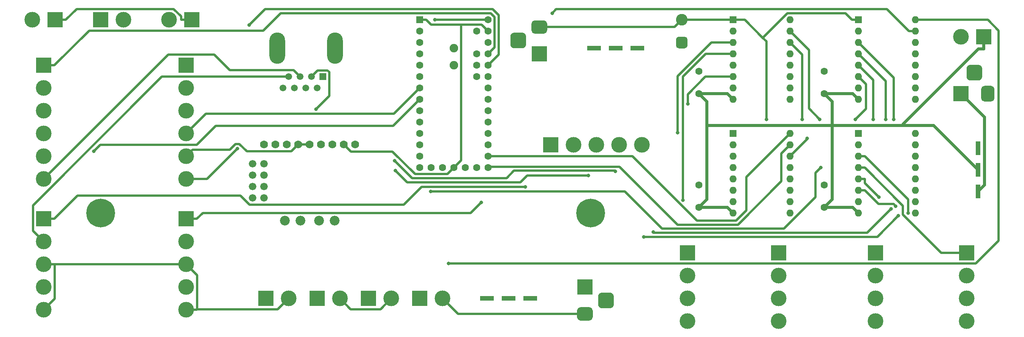
<source format=gtl>
G04 #@! TF.GenerationSoftware,KiCad,Pcbnew,5.1.6*
G04 #@! TF.CreationDate,2020-08-28T22:15:26-07:00*
G04 #@! TF.ProjectId,controller,636f6e74-726f-46c6-9c65-722e6b696361,rev?*
G04 #@! TF.SameCoordinates,Original*
G04 #@! TF.FileFunction,Copper,L1,Top*
G04 #@! TF.FilePolarity,Positive*
%FSLAX46Y46*%
G04 Gerber Fmt 4.6, Leading zero omitted, Abs format (unit mm)*
G04 Created by KiCad (PCBNEW 5.1.6) date 2020-08-28 22:15:26*
%MOMM*%
%LPD*%
G01*
G04 APERTURE LIST*
G04 #@! TA.AperFunction,ComponentPad*
%ADD10C,6.400000*%
G04 #@! TD*
G04 #@! TA.AperFunction,ComponentPad*
%ADD11C,2.600000*%
G04 #@! TD*
G04 #@! TA.AperFunction,ComponentPad*
%ADD12O,1.600000X1.600000*%
G04 #@! TD*
G04 #@! TA.AperFunction,ComponentPad*
%ADD13R,1.600000X1.600000*%
G04 #@! TD*
G04 #@! TA.AperFunction,ComponentPad*
%ADD14C,0.100000*%
G04 #@! TD*
G04 #@! TA.AperFunction,ComponentPad*
%ADD15C,1.900000*%
G04 #@! TD*
G04 #@! TA.AperFunction,ComponentPad*
%ADD16C,1.600000*%
G04 #@! TD*
G04 #@! TA.AperFunction,ComponentPad*
%ADD17C,3.500000*%
G04 #@! TD*
G04 #@! TA.AperFunction,ComponentPad*
%ADD18R,3.500000X3.500000*%
G04 #@! TD*
G04 #@! TA.AperFunction,ComponentPad*
%ADD19C,1.500000*%
G04 #@! TD*
G04 #@! TA.AperFunction,ComponentPad*
%ADD20O,3.500000X7.000000*%
G04 #@! TD*
G04 #@! TA.AperFunction,ComponentPad*
%ADD21R,1.500000X1.500000*%
G04 #@! TD*
G04 #@! TA.AperFunction,ComponentPad*
%ADD22C,1.676400*%
G04 #@! TD*
G04 #@! TA.AperFunction,ComponentPad*
%ADD23C,2.184400*%
G04 #@! TD*
G04 #@! TA.AperFunction,ComponentPad*
%ADD24C,1.778000*%
G04 #@! TD*
G04 #@! TA.AperFunction,ViaPad*
%ADD25C,0.800000*%
G04 #@! TD*
G04 #@! TA.AperFunction,Conductor*
%ADD26C,0.500000*%
G04 #@! TD*
G04 #@! TA.AperFunction,Conductor*
%ADD27C,0.700000*%
G04 #@! TD*
G04 APERTURE END LIST*
D10*
G04 #@! TO.P,mount1,1*
G04 #@! TO.N,N/C*
X34290000Y-76200000D03*
G04 #@! TD*
G04 #@! TO.P,mount2,1*
G04 #@! TO.N,N/C*
X143510000Y-76200000D03*
G04 #@! TD*
D11*
G04 #@! TO.P,JP1,2*
G04 #@! TO.N,GND*
X163830000Y-33020000D03*
G04 #@! TO.P,JP1,1*
G04 #@! TO.N,GND1*
G04 #@! TA.AperFunction,ComponentPad*
G36*
G01*
X164480000Y-39400000D02*
X163180000Y-39400000D01*
G75*
G02*
X162530000Y-38750000I0J650000D01*
G01*
X162530000Y-37450000D01*
G75*
G02*
X163180000Y-36800000I650000J0D01*
G01*
X164480000Y-36800000D01*
G75*
G02*
X165130000Y-37450000I0J-650000D01*
G01*
X165130000Y-38750000D01*
G75*
G02*
X164480000Y-39400000I-650000J0D01*
G01*
G37*
G04 #@! TD.AperFunction*
G04 #@! TD*
D12*
G04 #@! TO.P,MC-LeverR1,16*
G04 #@! TO.N,Net-(MC-LeverR1-Pad16)*
X215900000Y-33020000D03*
G04 #@! TO.P,MC-LeverR1,8*
G04 #@! TO.N,+9V*
X203200000Y-50800000D03*
G04 #@! TO.P,MC-LeverR1,15*
G04 #@! TO.N,Net-(MC-LeverR1-Pad15)*
X215900000Y-35560000D03*
G04 #@! TO.P,MC-LeverR1,7*
G04 #@! TO.N,GND1*
X203200000Y-48260000D03*
G04 #@! TO.P,MC-LeverR1,14*
G04 #@! TO.N,+5V*
X215900000Y-38100000D03*
G04 #@! TO.P,MC-LeverR1,6*
G04 #@! TO.N,Net-(HandleR-ToMotor1-Pad4)*
X203200000Y-45720000D03*
G04 #@! TO.P,MC-LeverR1,13*
G04 #@! TO.N,Net-(MC-LeverR1-Pad13)*
X215900000Y-40640000D03*
G04 #@! TO.P,MC-LeverR1,5*
G04 #@! TO.N,Net-(HandleR-ToMotor1-Pad3)*
X203200000Y-43180000D03*
G04 #@! TO.P,MC-LeverR1,12*
G04 #@! TO.N,Net-(MC-LeverR1-Pad12)*
X215900000Y-43180000D03*
G04 #@! TO.P,MC-LeverR1,4*
G04 #@! TO.N,Net-(HandleR-ToMotor1-Pad1)*
X203200000Y-40640000D03*
G04 #@! TO.P,MC-LeverR1,11*
G04 #@! TO.N,Net-(MC-LeverR1-Pad11)*
X215900000Y-45720000D03*
G04 #@! TO.P,MC-LeverR1,3*
G04 #@! TO.N,Net-(HandleR-ToMotor1-Pad2)*
X203200000Y-38100000D03*
G04 #@! TO.P,MC-LeverR1,10*
G04 #@! TO.N,Net-(MC-LeverR1-Pad10)*
X215900000Y-48260000D03*
G04 #@! TO.P,MC-LeverR1,2*
G04 #@! TO.N,Net-(MC-LeverR1-Pad2)*
X203200000Y-35560000D03*
G04 #@! TO.P,MC-LeverR1,9*
G04 #@! TO.N,Net-(MC-LeverR1-Pad9)*
X215900000Y-50800000D03*
D13*
G04 #@! TO.P,MC-LeverR1,1*
G04 #@! TO.N,GND*
X203200000Y-33020000D03*
G04 #@! TD*
D12*
G04 #@! TO.P,MC-SpoutR1,16*
G04 #@! TO.N,Net-(MC-SpoutR1-Pad16)*
X215900000Y-58420000D03*
G04 #@! TO.P,MC-SpoutR1,8*
G04 #@! TO.N,+9V*
X203200000Y-76200000D03*
G04 #@! TO.P,MC-SpoutR1,15*
G04 #@! TO.N,Net-(MC-SpoutR1-Pad15)*
X215900000Y-60960000D03*
G04 #@! TO.P,MC-SpoutR1,7*
G04 #@! TO.N,GND1*
X203200000Y-73660000D03*
G04 #@! TO.P,MC-SpoutR1,14*
G04 #@! TO.N,+5V*
X215900000Y-63500000D03*
G04 #@! TO.P,MC-SpoutR1,6*
G04 #@! TO.N,Net-(MC-SpoutR1-Pad6)*
X203200000Y-71120000D03*
G04 #@! TO.P,MC-SpoutR1,13*
G04 #@! TO.N,Net-(MC-SpoutR1-Pad13)*
X215900000Y-66040000D03*
G04 #@! TO.P,MC-SpoutR1,5*
G04 #@! TO.N,Net-(MC-SpoutR1-Pad5)*
X203200000Y-68580000D03*
G04 #@! TO.P,MC-SpoutR1,12*
G04 #@! TO.N,Net-(MC-SpoutR1-Pad12)*
X215900000Y-68580000D03*
G04 #@! TO.P,MC-SpoutR1,4*
G04 #@! TO.N,Net-(MC-SpoutR1-Pad4)*
X203200000Y-66040000D03*
G04 #@! TO.P,MC-SpoutR1,11*
G04 #@! TO.N,Net-(MC-SpoutR1-Pad11)*
X215900000Y-71120000D03*
G04 #@! TO.P,MC-SpoutR1,3*
G04 #@! TO.N,Net-(MC-SpoutR1-Pad3)*
X203200000Y-63500000D03*
G04 #@! TO.P,MC-SpoutR1,10*
G04 #@! TO.N,Net-(MC-SpoutR1-Pad10)*
X215900000Y-73660000D03*
G04 #@! TO.P,MC-SpoutR1,2*
G04 #@! TO.N,Net-(MC-SpoutR1-Pad2)*
X203200000Y-60960000D03*
G04 #@! TO.P,MC-SpoutR1,9*
G04 #@! TO.N,Net-(MC-SpoutR1-Pad9)*
X215900000Y-76200000D03*
D13*
G04 #@! TO.P,MC-SpoutR1,1*
G04 #@! TO.N,GND*
X203200000Y-58420000D03*
G04 #@! TD*
D12*
G04 #@! TO.P,MC-SpoutL1,16*
G04 #@! TO.N,Net-(MC-SpoutL1-Pad16)*
X187960000Y-58420000D03*
G04 #@! TO.P,MC-SpoutL1,8*
G04 #@! TO.N,+9V*
X175260000Y-76200000D03*
G04 #@! TO.P,MC-SpoutL1,15*
G04 #@! TO.N,Net-(MC-SpoutL1-Pad15)*
X187960000Y-60960000D03*
G04 #@! TO.P,MC-SpoutL1,7*
G04 #@! TO.N,GND1*
X175260000Y-73660000D03*
G04 #@! TO.P,MC-SpoutL1,14*
G04 #@! TO.N,+5V*
X187960000Y-63500000D03*
G04 #@! TO.P,MC-SpoutL1,6*
G04 #@! TO.N,Net-(MC-SpoutL1-Pad6)*
X175260000Y-71120000D03*
G04 #@! TO.P,MC-SpoutL1,13*
G04 #@! TO.N,Net-(MC-SpoutL1-Pad13)*
X187960000Y-66040000D03*
G04 #@! TO.P,MC-SpoutL1,5*
G04 #@! TO.N,Net-(MC-SpoutL1-Pad5)*
X175260000Y-68580000D03*
G04 #@! TO.P,MC-SpoutL1,12*
G04 #@! TO.N,Net-(MC-SpoutL1-Pad12)*
X187960000Y-68580000D03*
G04 #@! TO.P,MC-SpoutL1,4*
G04 #@! TO.N,Net-(MC-SpoutL1-Pad4)*
X175260000Y-66040000D03*
G04 #@! TO.P,MC-SpoutL1,11*
G04 #@! TO.N,Net-(MC-SpoutL1-Pad11)*
X187960000Y-71120000D03*
G04 #@! TO.P,MC-SpoutL1,3*
G04 #@! TO.N,Net-(MC-SpoutL1-Pad3)*
X175260000Y-63500000D03*
G04 #@! TO.P,MC-SpoutL1,10*
G04 #@! TO.N,Net-(MC-SpoutL1-Pad10)*
X187960000Y-73660000D03*
G04 #@! TO.P,MC-SpoutL1,2*
G04 #@! TO.N,Net-(MC-SpoutL1-Pad2)*
X175260000Y-60960000D03*
G04 #@! TO.P,MC-SpoutL1,9*
G04 #@! TO.N,Net-(MC-SpoutL1-Pad9)*
X187960000Y-76200000D03*
D13*
G04 #@! TO.P,MC-SpoutL1,1*
G04 #@! TO.N,GND*
X175260000Y-58420000D03*
G04 #@! TD*
D12*
G04 #@! TO.P,MC-LeverL1,16*
G04 #@! TO.N,Net-(MC-LeverL1-Pad16)*
X187960000Y-33020000D03*
G04 #@! TO.P,MC-LeverL1,8*
G04 #@! TO.N,+9V*
X175260000Y-50800000D03*
G04 #@! TO.P,MC-LeverL1,15*
G04 #@! TO.N,Net-(MC-LeverL1-Pad15)*
X187960000Y-35560000D03*
G04 #@! TO.P,MC-LeverL1,7*
G04 #@! TO.N,GND1*
X175260000Y-48260000D03*
G04 #@! TO.P,MC-LeverL1,14*
G04 #@! TO.N,+5V*
X187960000Y-38100000D03*
G04 #@! TO.P,MC-LeverL1,6*
G04 #@! TO.N,Net-(HandleL-ToMotor1-Pad4)*
X175260000Y-45720000D03*
G04 #@! TO.P,MC-LeverL1,13*
G04 #@! TO.N,Net-(MC-LeverL1-Pad13)*
X187960000Y-40640000D03*
G04 #@! TO.P,MC-LeverL1,5*
G04 #@! TO.N,Net-(HandleL-ToMotor1-Pad3)*
X175260000Y-43180000D03*
G04 #@! TO.P,MC-LeverL1,12*
G04 #@! TO.N,Net-(MC-LeverL1-Pad12)*
X187960000Y-43180000D03*
G04 #@! TO.P,MC-LeverL1,4*
G04 #@! TO.N,Net-(HandleL-ToMotor1-Pad1)*
X175260000Y-40640000D03*
G04 #@! TO.P,MC-LeverL1,11*
G04 #@! TO.N,Net-(MC-LeverL1-Pad11)*
X187960000Y-45720000D03*
G04 #@! TO.P,MC-LeverL1,3*
G04 #@! TO.N,Net-(HandleL-ToMotor1-Pad2)*
X175260000Y-38100000D03*
G04 #@! TO.P,MC-LeverL1,10*
G04 #@! TO.N,Net-(MC-LeverL1-Pad10)*
X187960000Y-48260000D03*
G04 #@! TO.P,MC-LeverL1,2*
G04 #@! TO.N,Net-(MC-LeverL1-Pad2)*
X175260000Y-35560000D03*
G04 #@! TO.P,MC-LeverL1,9*
G04 #@! TO.N,Net-(MC-LeverL1-Pad9)*
X187960000Y-50800000D03*
D13*
G04 #@! TO.P,MC-LeverL1,1*
G04 #@! TO.N,GND*
X175260000Y-33020000D03*
G04 #@! TD*
G04 #@! TA.AperFunction,ComponentPad*
D14*
G04 #@! TO.P,SW12,3*
G04 #@! TO.N,N/C*
G36*
X131545000Y-95750000D02*
G01*
X128545000Y-95750000D01*
X128545000Y-94750000D01*
X131545000Y-94750000D01*
X131545000Y-95750000D01*
G37*
G04 #@! TD.AperFunction*
G04 #@! TA.AperFunction,ComponentPad*
G04 #@! TO.P,SW12,2*
G04 #@! TO.N,+12V*
G36*
X126720000Y-95750000D02*
G01*
X123720000Y-95750000D01*
X123720000Y-94750000D01*
X126720000Y-94750000D01*
X126720000Y-95750000D01*
G37*
G04 #@! TD.AperFunction*
G04 #@! TA.AperFunction,ComponentPad*
G04 #@! TO.P,SW12,1*
G04 #@! TO.N,Net-(12V1-Pad1)*
G36*
X121895000Y-95750000D02*
G01*
X118895000Y-95750000D01*
X118895000Y-94750000D01*
X121895000Y-94750000D01*
X121895000Y-95750000D01*
G37*
G04 #@! TD.AperFunction*
G04 #@! TD*
G04 #@! TA.AperFunction,ComponentPad*
G04 #@! TO.P,SW9,3*
G04 #@! TO.N,N/C*
G36*
X230370000Y-60225000D02*
G01*
X230370000Y-63225000D01*
X229370000Y-63225000D01*
X229370000Y-60225000D01*
X230370000Y-60225000D01*
G37*
G04 #@! TD.AperFunction*
G04 #@! TA.AperFunction,ComponentPad*
G04 #@! TO.P,SW9,2*
G04 #@! TO.N,+9V*
G36*
X230370000Y-65050000D02*
G01*
X230370000Y-68050000D01*
X229370000Y-68050000D01*
X229370000Y-65050000D01*
X230370000Y-65050000D01*
G37*
G04 #@! TD.AperFunction*
G04 #@! TA.AperFunction,ComponentPad*
G04 #@! TO.P,SW9,1*
G04 #@! TO.N,Net-(9V1-Pad1)*
G36*
X230370000Y-69875000D02*
G01*
X230370000Y-72875000D01*
X229370000Y-72875000D01*
X229370000Y-69875000D01*
X230370000Y-69875000D01*
G37*
G04 #@! TD.AperFunction*
G04 #@! TD*
G04 #@! TA.AperFunction,ComponentPad*
G04 #@! TO.P,SW5,3*
G04 #@! TO.N,N/C*
G36*
X142775000Y-38870000D02*
G01*
X145775000Y-38870000D01*
X145775000Y-39870000D01*
X142775000Y-39870000D01*
X142775000Y-38870000D01*
G37*
G04 #@! TD.AperFunction*
G04 #@! TA.AperFunction,ComponentPad*
G04 #@! TO.P,SW5,2*
G04 #@! TO.N,+5V*
G36*
X147600000Y-38870000D02*
G01*
X150600000Y-38870000D01*
X150600000Y-39870000D01*
X147600000Y-39870000D01*
X147600000Y-38870000D01*
G37*
G04 #@! TD.AperFunction*
G04 #@! TA.AperFunction,ComponentPad*
G04 #@! TO.P,SW5,1*
G04 #@! TO.N,Net-(5V1-Pad1)*
G36*
X152425000Y-38870000D02*
G01*
X155425000Y-38870000D01*
X155425000Y-39870000D01*
X152425000Y-39870000D01*
X152425000Y-38870000D01*
G37*
G04 #@! TD.AperFunction*
G04 #@! TD*
D15*
G04 #@! TO.P,U1,52*
G04 #@! TO.N,N/C*
X113030000Y-39370000D03*
X113030000Y-43180000D03*
D13*
G04 #@! TO.P,U1,1*
G04 #@! TO.N,GND*
X105410000Y-33020000D03*
D16*
G04 #@! TO.P,U1,2*
G04 #@! TO.N,Net-(U1-Pad2)*
X105410000Y-35560000D03*
G04 #@! TO.P,U1,3*
G04 #@! TO.N,Net-(U1-Pad3)*
X105410000Y-38100000D03*
G04 #@! TO.P,U1,4*
G04 #@! TO.N,Net-(U1-Pad4)*
X105410000Y-40640000D03*
G04 #@! TO.P,U1,5*
G04 #@! TO.N,Net-(U1-Pad5)*
X105410000Y-43180000D03*
G04 #@! TO.P,U1,6*
G04 #@! TO.N,Net-(U1-Pad6)*
X105410000Y-45720000D03*
G04 #@! TO.P,U1,7*
G04 #@! TO.N,Net-(SoundVisionL1-Pad4)*
X105410000Y-48260000D03*
G04 #@! TO.P,U1,8*
G04 #@! TO.N,Net-(SoundVisionR1-Pad4)*
X105410000Y-50800000D03*
G04 #@! TO.P,U1,9*
G04 #@! TO.N,Net-(ToHandleL1-Pad4)*
X105410000Y-53340000D03*
G04 #@! TO.P,U1,10*
G04 #@! TO.N,Net-(ToHandleR1-Pad4)*
X105410000Y-55880000D03*
G04 #@! TO.P,U1,11*
G04 #@! TO.N,Net-(MC-LeverL1-Pad15)*
X105410000Y-58420000D03*
G04 #@! TO.P,U1,12*
G04 #@! TO.N,Net-(MC-LeverL1-Pad16)*
X105410000Y-60960000D03*
G04 #@! TO.P,U1,13*
G04 #@! TO.N,Net-(MC-LeverR1-Pad15)*
X105410000Y-63500000D03*
G04 #@! TO.P,U1,37*
G04 #@! TO.N,Net-(U1-Pad37)*
X118110000Y-45720000D03*
G04 #@! TO.P,U1,36*
G04 #@! TO.N,Net-(U1-Pad36)*
X118110000Y-43180000D03*
G04 #@! TO.P,U1,35*
G04 #@! TO.N,Net-(U1-Pad35)*
X118110000Y-40640000D03*
G04 #@! TO.P,U1,34*
G04 #@! TO.N,Net-(U1-Pad34)*
X118110000Y-35560000D03*
G04 #@! TO.P,U1,33*
G04 #@! TO.N,+5V*
X120650000Y-33020000D03*
G04 #@! TO.P,U1,32*
G04 #@! TO.N,GND*
X120650000Y-35560000D03*
G04 #@! TO.P,U1,31*
G04 #@! TO.N,Net-(U1-Pad31)*
X120650000Y-38100000D03*
G04 #@! TO.P,U1,30*
G04 #@! TO.N,Net-(SoundVisionR1-Pad1)*
X120650000Y-40640000D03*
G04 #@! TO.P,U1,29*
G04 #@! TO.N,Net-(SoundVisionL1-Pad1)*
X120650000Y-43180000D03*
G04 #@! TO.P,U1,28*
G04 #@! TO.N,Net-(U1-Pad28)*
X120650000Y-45720000D03*
G04 #@! TO.P,U1,27*
G04 #@! TO.N,Net-(U1-Pad27)*
X120650000Y-48260000D03*
G04 #@! TO.P,U1,26*
G04 #@! TO.N,Net-(U1-Pad26)*
X120650000Y-50800000D03*
G04 #@! TO.P,U1,25*
G04 #@! TO.N,Net-(MC-SpoutR1-Pad16)*
X120650000Y-53340000D03*
G04 #@! TO.P,U1,24*
G04 #@! TO.N,Net-(MC-SpoutR1-Pad15)*
X120650000Y-55880000D03*
G04 #@! TO.P,U1,23*
G04 #@! TO.N,Net-(ToHandleR1-Pad1)*
X120650000Y-58420000D03*
G04 #@! TO.P,U1,22*
G04 #@! TO.N,Net-(ToHandleL1-Pad1)*
X120650000Y-60960000D03*
G04 #@! TO.P,U1,21*
G04 #@! TO.N,Net-(MC-SpoutL1-Pad16)*
X120650000Y-63500000D03*
G04 #@! TO.P,U1,14*
G04 #@! TO.N,Net-(MC-LeverR1-Pad16)*
X105410000Y-66040000D03*
G04 #@! TO.P,U1,15*
G04 #@! TO.N,Net-(U1-Pad15)*
X107950000Y-66040000D03*
G04 #@! TO.P,U1,16*
G04 #@! TO.N,Net-(U1-Pad16)*
X110490000Y-66040000D03*
G04 #@! TO.P,U1,20*
G04 #@! TO.N,Net-(MC-SpoutL1-Pad15)*
X120650000Y-66040000D03*
G04 #@! TO.P,U1,19*
G04 #@! TO.N,Net-(U1-Pad19)*
X118110000Y-66040000D03*
G04 #@! TO.P,U1,18*
G04 #@! TO.N,Net-(U1-Pad18)*
X115570000Y-66040000D03*
G04 #@! TO.P,U1,17*
G04 #@! TO.N,GND*
X113030000Y-66040000D03*
G04 #@! TD*
D17*
G04 #@! TO.P,ToHandleR1,5*
G04 #@! TO.N,GND*
X21590000Y-97790000D03*
G04 #@! TO.P,ToHandleR1,4*
G04 #@! TO.N,Net-(ToHandleR1-Pad4)*
X21590000Y-92710000D03*
G04 #@! TO.P,ToHandleR1,3*
G04 #@! TO.N,GND*
X21590000Y-87630000D03*
G04 #@! TO.P,ToHandleR1,2*
G04 #@! TO.N,Net-(J2-Pad7)*
X21590000Y-82550000D03*
D18*
G04 #@! TO.P,ToHandleR1,1*
G04 #@! TO.N,Net-(ToHandleR1-Pad1)*
X21590000Y-77470000D03*
G04 #@! TD*
D17*
G04 #@! TO.P,ToHandleL1,5*
G04 #@! TO.N,GND*
X53340000Y-97790000D03*
G04 #@! TO.P,ToHandleL1,4*
G04 #@! TO.N,Net-(ToHandleL1-Pad4)*
X53340000Y-92710000D03*
G04 #@! TO.P,ToHandleL1,3*
G04 #@! TO.N,GND*
X53340000Y-87630000D03*
G04 #@! TO.P,ToHandleL1,2*
G04 #@! TO.N,Net-(J2-Pad6)*
X53340000Y-82550000D03*
D18*
G04 #@! TO.P,ToHandleL1,1*
G04 #@! TO.N,Net-(ToHandleL1-Pad1)*
X53340000Y-77470000D03*
G04 #@! TD*
D17*
G04 #@! TO.P,sync_trigger_out1,5*
G04 #@! TO.N,Net-(U1-Pad5)*
X154940000Y-60960000D03*
G04 #@! TO.P,sync_trigger_out1,4*
G04 #@! TO.N,Net-(U1-Pad6)*
X149860000Y-60960000D03*
G04 #@! TO.P,sync_trigger_out1,3*
G04 #@! TO.N,Net-(U1-Pad28)*
X144780000Y-60960000D03*
G04 #@! TO.P,sync_trigger_out1,2*
G04 #@! TO.N,Net-(U1-Pad27)*
X139700000Y-60960000D03*
D18*
G04 #@! TO.P,sync_trigger_out1,1*
G04 #@! TO.N,Net-(U1-Pad26)*
X134620000Y-60960000D03*
G04 #@! TD*
D17*
G04 #@! TO.P,SpoutR-ToMotor1,4*
G04 #@! TO.N,Net-(MC-SpoutR1-Pad6)*
X227330000Y-100330000D03*
G04 #@! TO.P,SpoutR-ToMotor1,3*
G04 #@! TO.N,Net-(MC-SpoutR1-Pad5)*
X227330000Y-95250000D03*
G04 #@! TO.P,SpoutR-ToMotor1,2*
G04 #@! TO.N,Net-(MC-SpoutR1-Pad3)*
X227330000Y-90170000D03*
D18*
G04 #@! TO.P,SpoutR-ToMotor1,1*
G04 #@! TO.N,Net-(MC-SpoutR1-Pad4)*
X227330000Y-85090000D03*
G04 #@! TD*
D17*
G04 #@! TO.P,SpoutL-ToMotor1,4*
G04 #@! TO.N,Net-(MC-SpoutL1-Pad6)*
X185420000Y-100330000D03*
G04 #@! TO.P,SpoutL-ToMotor1,3*
G04 #@! TO.N,Net-(MC-SpoutL1-Pad5)*
X185420000Y-95250000D03*
G04 #@! TO.P,SpoutL-ToMotor1,2*
G04 #@! TO.N,Net-(MC-SpoutL1-Pad3)*
X185420000Y-90170000D03*
D18*
G04 #@! TO.P,SpoutL-ToMotor1,1*
G04 #@! TO.N,Net-(MC-SpoutL1-Pad4)*
X185420000Y-85090000D03*
G04 #@! TD*
D17*
G04 #@! TO.P,SoundVisionR1,6*
G04 #@! TO.N,Net-(J2-Pad5)*
X21590000Y-68580000D03*
G04 #@! TO.P,SoundVisionR1,5*
G04 #@! TO.N,GND*
X21590000Y-63500000D03*
G04 #@! TO.P,SoundVisionR1,4*
G04 #@! TO.N,Net-(SoundVisionR1-Pad4)*
X21590000Y-58420000D03*
G04 #@! TO.P,SoundVisionR1,3*
G04 #@! TO.N,Net-(SoundVisionR1-Pad3)*
X21590000Y-53340000D03*
G04 #@! TO.P,SoundVisionR1,2*
G04 #@! TO.N,Net-(SoundVisionR1-Pad2)*
X21590000Y-48260000D03*
D18*
G04 #@! TO.P,SoundVisionR1,1*
G04 #@! TO.N,Net-(SoundVisionR1-Pad1)*
X21590000Y-43180000D03*
G04 #@! TD*
D17*
G04 #@! TO.P,SoundVisionL1,6*
G04 #@! TO.N,Net-(J2-Pad4)*
X53340000Y-68580000D03*
G04 #@! TO.P,SoundVisionL1,5*
G04 #@! TO.N,GND*
X53340000Y-63500000D03*
G04 #@! TO.P,SoundVisionL1,4*
G04 #@! TO.N,Net-(SoundVisionL1-Pad4)*
X53340000Y-58420000D03*
G04 #@! TO.P,SoundVisionL1,3*
G04 #@! TO.N,Net-(SoundVisionL1-Pad3)*
X53340000Y-53340000D03*
G04 #@! TO.P,SoundVisionL1,2*
G04 #@! TO.N,Net-(SoundVisionL1-Pad2)*
X53340000Y-48260000D03*
D18*
G04 #@! TO.P,SoundVisionL1,1*
G04 #@! TO.N,Net-(SoundVisionL1-Pad1)*
X53340000Y-43180000D03*
G04 #@! TD*
D17*
G04 #@! TO.P,J9V1,2*
G04 #@! TO.N,GND1*
X226060000Y-36830000D03*
D18*
G04 #@! TO.P,J9V1,1*
G04 #@! TO.N,+9V*
X231140000Y-36830000D03*
G04 #@! TD*
D17*
G04 #@! TO.P,J5V2,2*
G04 #@! TO.N,GND*
X49530000Y-33020000D03*
D18*
G04 #@! TO.P,J5V2,1*
G04 #@! TO.N,+5V*
X54610000Y-33020000D03*
G04 #@! TD*
D17*
G04 #@! TO.P,J5V1,2*
G04 #@! TO.N,GND*
X19050000Y-33020000D03*
D18*
G04 #@! TO.P,J5V1,1*
G04 #@! TO.N,+5V*
X24130000Y-33020000D03*
G04 #@! TD*
D17*
G04 #@! TO.P,J12V4,2*
G04 #@! TO.N,GND*
X76200000Y-95250000D03*
D18*
G04 #@! TO.P,J12V4,1*
G04 #@! TO.N,+12V*
X71120000Y-95250000D03*
G04 #@! TD*
D17*
G04 #@! TO.P,J12V3,2*
G04 #@! TO.N,GND*
X110490000Y-95250000D03*
D18*
G04 #@! TO.P,J12V3,1*
G04 #@! TO.N,+12V*
X105410000Y-95250000D03*
G04 #@! TD*
D17*
G04 #@! TO.P,J12V2,2*
G04 #@! TO.N,GND*
X99060000Y-95250000D03*
D18*
G04 #@! TO.P,J12V2,1*
G04 #@! TO.N,+12V*
X93980000Y-95250000D03*
G04 #@! TD*
D17*
G04 #@! TO.P,J12V1,2*
G04 #@! TO.N,GND*
X87630000Y-95250000D03*
D18*
G04 #@! TO.P,J12V1,1*
G04 #@! TO.N,+12V*
X82550000Y-95250000D03*
G04 #@! TD*
D19*
G04 #@! TO.P,J2,6*
G04 #@! TO.N,Net-(J2-Pad6)*
X77470000Y-48260000D03*
G04 #@! TO.P,J2,8*
G04 #@! TO.N,Net-(J2-Pad8)*
X74930000Y-48260000D03*
D20*
G04 #@! TO.P,J2,SH*
G04 #@! TO.N,N/C*
X86550000Y-39370000D03*
D19*
G04 #@! TO.P,J2,2*
G04 #@! TO.N,Net-(J2-Pad2)*
X82550000Y-48260000D03*
D21*
G04 #@! TO.P,J2,1*
G04 #@! TO.N,GND*
X83820000Y-45720000D03*
D19*
G04 #@! TO.P,J2,7*
G04 #@! TO.N,Net-(J2-Pad7)*
X76200000Y-45720000D03*
G04 #@! TO.P,J2,4*
G04 #@! TO.N,Net-(J2-Pad4)*
X80010000Y-48260000D03*
G04 #@! TO.P,J2,5*
G04 #@! TO.N,Net-(J2-Pad5)*
X78740000Y-45720000D03*
G04 #@! TO.P,J2,3*
G04 #@! TO.N,Net-(J2-Pad3)*
X81280000Y-45720000D03*
D20*
G04 #@! TO.P,J2,SH*
G04 #@! TO.N,N/C*
X73660000Y-39370000D03*
G04 #@! TD*
D17*
G04 #@! TO.P,HandleR-ToMotor1,4*
G04 #@! TO.N,Net-(HandleR-ToMotor1-Pad4)*
X207010000Y-100330000D03*
G04 #@! TO.P,HandleR-ToMotor1,3*
G04 #@! TO.N,Net-(HandleR-ToMotor1-Pad3)*
X207010000Y-95250000D03*
G04 #@! TO.P,HandleR-ToMotor1,2*
G04 #@! TO.N,Net-(HandleR-ToMotor1-Pad2)*
X207010000Y-90170000D03*
D18*
G04 #@! TO.P,HandleR-ToMotor1,1*
G04 #@! TO.N,Net-(HandleR-ToMotor1-Pad1)*
X207010000Y-85090000D03*
G04 #@! TD*
D17*
G04 #@! TO.P,HandleL-ToMotor1,4*
G04 #@! TO.N,Net-(HandleL-ToMotor1-Pad4)*
X165100000Y-100330000D03*
G04 #@! TO.P,HandleL-ToMotor1,3*
G04 #@! TO.N,Net-(HandleL-ToMotor1-Pad3)*
X165100000Y-95250000D03*
G04 #@! TO.P,HandleL-ToMotor1,2*
G04 #@! TO.N,Net-(HandleL-ToMotor1-Pad2)*
X165100000Y-90170000D03*
D18*
G04 #@! TO.P,HandleL-ToMotor1,1*
G04 #@! TO.N,Net-(HandleL-ToMotor1-Pad1)*
X165100000Y-85090000D03*
G04 #@! TD*
D17*
G04 #@! TO.P,distractor1,2*
G04 #@! TO.N,Net-(J2-Pad8)*
X39370000Y-33020000D03*
D18*
G04 #@! TO.P,distractor1,1*
G04 #@! TO.N,GND*
X34290000Y-33020000D03*
G04 #@! TD*
D16*
G04 #@! TO.P,C4,2*
G04 #@! TO.N,GND1*
X167640000Y-69930000D03*
G04 #@! TO.P,C4,1*
G04 #@! TO.N,+9V*
X167640000Y-74930000D03*
G04 #@! TD*
G04 #@! TO.P,C3,2*
G04 #@! TO.N,GND1*
X195580000Y-44530000D03*
G04 #@! TO.P,C3,1*
G04 #@! TO.N,+9V*
X195580000Y-49530000D03*
G04 #@! TD*
G04 #@! TO.P,C2,2*
G04 #@! TO.N,GND1*
X167640000Y-44530000D03*
G04 #@! TO.P,C2,1*
G04 #@! TO.N,+9V*
X167640000Y-49530000D03*
G04 #@! TD*
G04 #@! TO.P,C1,2*
G04 #@! TO.N,GND1*
X195580000Y-69930000D03*
G04 #@! TO.P,C1,1*
G04 #@! TO.N,+9V*
X195580000Y-74930000D03*
G04 #@! TD*
G04 #@! TO.P,9V1,3*
G04 #@! TO.N,N/C*
G04 #@! TA.AperFunction,ComponentPad*
G36*
G01*
X230810000Y-43955000D02*
X230810000Y-45705000D01*
G75*
G02*
X229935000Y-46580000I-875000J0D01*
G01*
X228185000Y-46580000D01*
G75*
G02*
X227310000Y-45705000I0J875000D01*
G01*
X227310000Y-43955000D01*
G75*
G02*
X228185000Y-43080000I875000J0D01*
G01*
X229935000Y-43080000D01*
G75*
G02*
X230810000Y-43955000I0J-875000D01*
G01*
G37*
G04 #@! TD.AperFunction*
G04 #@! TO.P,9V1,2*
G04 #@! TO.N,GND1*
G04 #@! TA.AperFunction,ComponentPad*
G36*
G01*
X233560000Y-48530000D02*
X233560000Y-50530000D01*
G75*
G02*
X232810000Y-51280000I-750000J0D01*
G01*
X231310000Y-51280000D01*
G75*
G02*
X230560000Y-50530000I0J750000D01*
G01*
X230560000Y-48530000D01*
G75*
G02*
X231310000Y-47780000I750000J0D01*
G01*
X232810000Y-47780000D01*
G75*
G02*
X233560000Y-48530000I0J-750000D01*
G01*
G37*
G04 #@! TD.AperFunction*
D18*
G04 #@! TO.P,9V1,1*
G04 #@! TO.N,Net-(9V1-Pad1)*
X226060000Y-49530000D03*
G04 #@! TD*
G04 #@! TO.P,5V1,3*
G04 #@! TO.N,N/C*
G04 #@! TA.AperFunction,ComponentPad*
G36*
G01*
X126505000Y-35890000D02*
X128255000Y-35890000D01*
G75*
G02*
X129130000Y-36765000I0J-875000D01*
G01*
X129130000Y-38515000D01*
G75*
G02*
X128255000Y-39390000I-875000J0D01*
G01*
X126505000Y-39390000D01*
G75*
G02*
X125630000Y-38515000I0J875000D01*
G01*
X125630000Y-36765000D01*
G75*
G02*
X126505000Y-35890000I875000J0D01*
G01*
G37*
G04 #@! TD.AperFunction*
G04 #@! TO.P,5V1,2*
G04 #@! TO.N,GND*
G04 #@! TA.AperFunction,ComponentPad*
G36*
G01*
X131080000Y-33140000D02*
X133080000Y-33140000D01*
G75*
G02*
X133830000Y-33890000I0J-750000D01*
G01*
X133830000Y-35390000D01*
G75*
G02*
X133080000Y-36140000I-750000J0D01*
G01*
X131080000Y-36140000D01*
G75*
G02*
X130330000Y-35390000I0J750000D01*
G01*
X130330000Y-33890000D01*
G75*
G02*
X131080000Y-33140000I750000J0D01*
G01*
G37*
G04 #@! TD.AperFunction*
G04 #@! TO.P,5V1,1*
G04 #@! TO.N,Net-(5V1-Pad1)*
X132080000Y-40640000D03*
G04 #@! TD*
G04 #@! TO.P,12V1,3*
G04 #@! TO.N,N/C*
G04 #@! TA.AperFunction,ComponentPad*
G36*
G01*
X147815000Y-97460000D02*
X146065000Y-97460000D01*
G75*
G02*
X145190000Y-96585000I0J875000D01*
G01*
X145190000Y-94835000D01*
G75*
G02*
X146065000Y-93960000I875000J0D01*
G01*
X147815000Y-93960000D01*
G75*
G02*
X148690000Y-94835000I0J-875000D01*
G01*
X148690000Y-96585000D01*
G75*
G02*
X147815000Y-97460000I-875000J0D01*
G01*
G37*
G04 #@! TD.AperFunction*
G04 #@! TO.P,12V1,2*
G04 #@! TO.N,GND*
G04 #@! TA.AperFunction,ComponentPad*
G36*
G01*
X143240000Y-100210000D02*
X141240000Y-100210000D01*
G75*
G02*
X140490000Y-99460000I0J750000D01*
G01*
X140490000Y-97960000D01*
G75*
G02*
X141240000Y-97210000I750000J0D01*
G01*
X143240000Y-97210000D01*
G75*
G02*
X143990000Y-97960000I0J-750000D01*
G01*
X143990000Y-99460000D01*
G75*
G02*
X143240000Y-100210000I-750000J0D01*
G01*
G37*
G04 #@! TD.AperFunction*
G04 #@! TO.P,12V1,1*
G04 #@! TO.N,Net-(12V1-Pad1)*
X142240000Y-92710000D03*
G04 #@! TD*
D22*
G04 #@! TO.P,U2,21*
G04 #@! TO.N,N/C*
X68148200Y-72821800D03*
G04 #@! TO.P,U2,20*
X70688200Y-72821800D03*
G04 #@! TO.P,U2,19*
X68148200Y-70281800D03*
G04 #@! TO.P,U2,18*
X70688200Y-70281800D03*
G04 #@! TO.P,U2,17*
X68148200Y-67741800D03*
G04 #@! TO.P,U2,16*
X70688200Y-67741800D03*
G04 #@! TO.P,U2,15*
X68148200Y-65201800D03*
G04 #@! TO.P,U2,14*
X70688200Y-65201800D03*
D23*
G04 #@! TO.P,U2,13*
G04 #@! TO.N,Net-(SoundVisionR1-Pad3)*
X75338200Y-77901800D03*
G04 #@! TO.P,U2,12*
G04 #@! TO.N,Net-(SoundVisionR1-Pad2)*
X78838200Y-77901800D03*
G04 #@! TO.P,U2,11*
G04 #@! TO.N,Net-(SoundVisionL1-Pad2)*
X82958200Y-77901800D03*
G04 #@! TO.P,U2,10*
G04 #@! TO.N,Net-(SoundVisionL1-Pad3)*
X86458210Y-77901800D03*
D24*
G04 #@! TO.P,U2,9*
G04 #@! TO.N,Net-(U2-Pad9)*
X70739000Y-60833000D03*
G04 #@! TO.P,U2,8*
G04 #@! TO.N,Net-(U2-Pad8)*
X73279000Y-60833000D03*
G04 #@! TO.P,U2,7*
G04 #@! TO.N,Net-(J2-Pad3)*
X75819000Y-60833000D03*
G04 #@! TO.P,U2,6*
G04 #@! TO.N,GND*
X78359000Y-60833000D03*
G04 #@! TO.P,U2,5*
X80899000Y-60833000D03*
G04 #@! TO.P,U2,4*
G04 #@! TO.N,Net-(J2-Pad2)*
X83439000Y-60833000D03*
G04 #@! TO.P,U2,3*
G04 #@! TO.N,Net-(U2-Pad3)*
X85979000Y-60833000D03*
G04 #@! TO.P,U2,2*
G04 #@! TO.N,GND*
X88519000Y-60833000D03*
G04 #@! TO.P,U2,1*
G04 #@! TO.N,+5V*
X91059000Y-60833000D03*
G04 #@! TD*
D25*
G04 #@! TO.N,GND*
X182697000Y-55245000D03*
G04 #@! TO.N,+5V*
X108815100Y-33020000D03*
X191762600Y-59550100D03*
X190641800Y-55245000D03*
G04 #@! TO.N,Net-(HandleL-ToMotor1-Pad4)*
X165165000Y-51840500D03*
G04 #@! TO.N,Net-(HandleL-ToMotor1-Pad2)*
X162890700Y-58264900D03*
G04 #@! TO.N,Net-(HandleL-ToMotor1-Pad1)*
X164114700Y-73272400D03*
G04 #@! TO.N,Net-(HandleR-ToMotor1-Pad4)*
X202559000Y-55245000D03*
G04 #@! TO.N,Net-(HandleR-ToMotor1-Pad3)*
X206525600Y-55245000D03*
G04 #@! TO.N,Net-(HandleR-ToMotor1-Pad2)*
X211079100Y-55245000D03*
G04 #@! TO.N,Net-(HandleR-ToMotor1-Pad1)*
X209268100Y-55271100D03*
G04 #@! TO.N,Net-(J2-Pad4)*
X64801700Y-61806300D03*
G04 #@! TO.N,Net-(J2-Pad3)*
X82294900Y-52981000D03*
G04 #@! TO.N,Net-(MC-LeverL1-Pad15)*
X194614200Y-55245000D03*
X194800500Y-66039700D03*
X107837700Y-71379800D03*
G04 #@! TO.N,Net-(MC-LeverR1-Pad16)*
X111860400Y-87490300D03*
G04 #@! TO.N,Net-(MC-LeverR1-Pad15)*
X134941500Y-31560300D03*
G04 #@! TO.N,Net-(MC-SpoutR1-Pad16)*
X210458800Y-75251000D03*
X157510000Y-80406700D03*
G04 #@! TO.N,Net-(MC-SpoutR1-Pad15)*
X212107500Y-76799100D03*
X155416000Y-81483300D03*
G04 #@! TO.N,Net-(MC-SpoutR1-Pad6)*
X211530100Y-74624700D03*
G04 #@! TO.N,Net-(MC-SpoutR1-Pad5)*
X207755100Y-72598000D03*
G04 #@! TO.N,Net-(MC-SpoutR1-Pad3)*
X214265700Y-76156600D03*
G04 #@! TO.N,Net-(SoundVisionL1-Pad1)*
X67414400Y-34159200D03*
G04 #@! TO.N,Net-(SoundVisionR1-Pad4)*
X32780100Y-62379400D03*
G04 #@! TO.N,Net-(U1-Pad5)*
X99821100Y-64468800D03*
X149006700Y-66893300D03*
G04 #@! TO.N,Net-(U1-Pad6)*
X100032300Y-66696500D03*
X143043300Y-67776700D03*
G04 #@! TO.N,Net-(ToHandleL1-Pad1)*
X119138600Y-73814500D03*
G04 #@! TO.N,Net-(ToHandleR1-Pad1)*
X128986500Y-70329400D03*
G04 #@! TD*
D26*
G04 #@! TO.N,GND*
X78359000Y-60833000D02*
X76796700Y-62395300D01*
X76796700Y-62395300D02*
X66876100Y-62395300D01*
X66876100Y-62395300D02*
X65236800Y-60756000D01*
X65236800Y-60756000D02*
X64366700Y-60756000D01*
X64366700Y-60756000D02*
X63090100Y-62032600D01*
X63090100Y-62032600D02*
X63090100Y-62032700D01*
X63090100Y-62032700D02*
X54807300Y-62032700D01*
X54807300Y-62032700D02*
X53340000Y-63500000D01*
X163830000Y-33020000D02*
X173809700Y-33020000D01*
X132080000Y-34640000D02*
X162210000Y-34640000D01*
X162210000Y-34640000D02*
X163830000Y-33020000D01*
X175260000Y-33020000D02*
X173809700Y-33020000D01*
X114649200Y-34109600D02*
X107949900Y-34109600D01*
X107949900Y-34109600D02*
X106860300Y-33020000D01*
X120650000Y-35560000D02*
X119199600Y-34109600D01*
X119199600Y-34109600D02*
X114649200Y-34109600D01*
X113030000Y-66040000D02*
X114649200Y-64420800D01*
X114649200Y-64420800D02*
X114649200Y-34109600D01*
X88519000Y-60833000D02*
X90115300Y-62429300D01*
X90115300Y-62429300D02*
X99314800Y-62429300D01*
X99314800Y-62429300D02*
X104380100Y-67494600D01*
X104380100Y-67494600D02*
X111575400Y-67494600D01*
X111575400Y-67494600D02*
X113030000Y-66040000D01*
X99060000Y-95250000D02*
X96659600Y-97650400D01*
X96659600Y-97650400D02*
X90030400Y-97650400D01*
X90030400Y-97650400D02*
X87630000Y-95250000D01*
X105410000Y-33020000D02*
X106860300Y-33020000D01*
X181882400Y-37040200D02*
X182697000Y-37854900D01*
X182697000Y-37854900D02*
X182697000Y-55245000D01*
X176710300Y-33020000D02*
X177862100Y-33020000D01*
X177862100Y-33020000D02*
X181882400Y-37040200D01*
X201749700Y-33020000D02*
X200299400Y-31569700D01*
X200299400Y-31569700D02*
X187352900Y-31569700D01*
X187352900Y-31569700D02*
X181882400Y-37040200D01*
X110490000Y-95250000D02*
X113950000Y-98710000D01*
X113950000Y-98710000D02*
X142240000Y-98710000D01*
X55770900Y-97710600D02*
X55770900Y-90060900D01*
X55770900Y-90060900D02*
X53340000Y-87630000D01*
X53340000Y-97790000D02*
X55691500Y-97790000D01*
X55691500Y-97790000D02*
X55770900Y-97710600D01*
X55770900Y-97710600D02*
X73739400Y-97710600D01*
X73739400Y-97710600D02*
X76200000Y-95250000D01*
X203200000Y-33020000D02*
X201749700Y-33020000D01*
X175260000Y-33020000D02*
X176710300Y-33020000D01*
X24051600Y-87630000D02*
X21590000Y-87630000D01*
X53340000Y-87630000D02*
X24051600Y-87630000D01*
X24051600Y-87630000D02*
X24051600Y-95328400D01*
X24051600Y-95328400D02*
X21590000Y-97790000D01*
X80899000Y-60833000D02*
X78359000Y-60833000D01*
G04 #@! TO.N,+5V*
X108815100Y-33020000D02*
X120650000Y-33020000D01*
X24130000Y-33020000D02*
X26530300Y-33020000D01*
X54610000Y-33020000D02*
X52209700Y-33020000D01*
X52209700Y-33020000D02*
X52209700Y-32269900D01*
X52209700Y-32269900D02*
X50559500Y-30619700D01*
X50559500Y-30619700D02*
X28930600Y-30619700D01*
X28930600Y-30619700D02*
X26530300Y-33020000D01*
X191762600Y-59550100D02*
X191762600Y-59697400D01*
X191762600Y-59697400D02*
X187960000Y-63500000D01*
X187960000Y-38100000D02*
X190641800Y-40781800D01*
X190641800Y-40781800D02*
X190641800Y-55245000D01*
D27*
G04 #@! TO.N,+9V*
X231140000Y-36830000D02*
X231140000Y-39530300D01*
X213202800Y-56670000D02*
X213202800Y-56274500D01*
X213202800Y-56274500D02*
X229947000Y-39530300D01*
X229947000Y-39530300D02*
X231140000Y-39530300D01*
X213202800Y-56670000D02*
X219990000Y-56670000D01*
X219990000Y-56670000D02*
X229870000Y-66550000D01*
X197330000Y-56670000D02*
X213202800Y-56670000D01*
X169390000Y-56670000D02*
X197330000Y-56670000D01*
X197330000Y-56670000D02*
X197330000Y-51280000D01*
X197330000Y-51280000D02*
X195580000Y-49530000D01*
X169390000Y-56670000D02*
X169390000Y-73180000D01*
X169390000Y-73180000D02*
X167640000Y-74930000D01*
X167640000Y-49530000D02*
X169390000Y-51280000D01*
X169390000Y-51280000D02*
X169390000Y-56670000D01*
X195580000Y-74930000D02*
X197330000Y-73180000D01*
X197330000Y-73180000D02*
X197330000Y-56670000D01*
X195580000Y-74930000D02*
X201930000Y-74930000D01*
X201930000Y-74930000D02*
X203200000Y-76200000D01*
X167640000Y-74930000D02*
X173990000Y-74930000D01*
X173990000Y-74930000D02*
X175260000Y-76200000D01*
X167640000Y-49530000D02*
X173990000Y-49530000D01*
X173990000Y-49530000D02*
X175260000Y-50800000D01*
X195580000Y-49530000D02*
X201930000Y-49530000D01*
X201930000Y-49530000D02*
X203200000Y-50800000D01*
D26*
G04 #@! TO.N,Net-(HandleL-ToMotor1-Pad4)*
X173809700Y-45720000D02*
X169106200Y-45720000D01*
X169106200Y-45720000D02*
X165165100Y-49661100D01*
X165165100Y-49661100D02*
X165165100Y-51840500D01*
X165165100Y-51840500D02*
X165165000Y-51840500D01*
X175260000Y-45720000D02*
X173809700Y-45720000D01*
G04 #@! TO.N,Net-(HandleL-ToMotor1-Pad2)*
X162890700Y-58264900D02*
X162890700Y-45641100D01*
X162890700Y-45641100D02*
X170431800Y-38100000D01*
X170431800Y-38100000D02*
X175260000Y-38100000D01*
G04 #@! TO.N,Net-(HandleL-ToMotor1-Pad1)*
X164114700Y-73272400D02*
X164114700Y-45691400D01*
X164114700Y-45691400D02*
X169166100Y-40640000D01*
X169166100Y-40640000D02*
X175260000Y-40640000D01*
G04 #@! TO.N,Net-(HandleR-ToMotor1-Pad4)*
X203200000Y-45720000D02*
X204882500Y-47402500D01*
X204882500Y-47402500D02*
X204882500Y-52921500D01*
X204882500Y-52921500D02*
X202559000Y-55245000D01*
G04 #@! TO.N,Net-(HandleR-ToMotor1-Pad3)*
X203200000Y-43180000D02*
X206525600Y-46505600D01*
X206525600Y-46505600D02*
X206525600Y-55245000D01*
G04 #@! TO.N,Net-(HandleR-ToMotor1-Pad2)*
X211079100Y-55245000D02*
X211079100Y-45979100D01*
X211079100Y-45979100D02*
X203200000Y-38100000D01*
G04 #@! TO.N,Net-(HandleR-ToMotor1-Pad1)*
X203200000Y-40640000D02*
X209268100Y-46708100D01*
X209268100Y-46708100D02*
X209268100Y-55271100D01*
G04 #@! TO.N,Net-(J2-Pad7)*
X76200000Y-45720000D02*
X47954200Y-45720000D01*
X47954200Y-45720000D02*
X19189600Y-74484600D01*
X19189600Y-74484600D02*
X19189600Y-80149600D01*
X19189600Y-80149600D02*
X21590000Y-82550000D01*
G04 #@! TO.N,Net-(J2-Pad4)*
X53340000Y-68580000D02*
X58028000Y-68580000D01*
X58028000Y-68580000D02*
X64801700Y-61806300D01*
G04 #@! TO.N,Net-(J2-Pad5)*
X78740000Y-45720000D02*
X77279400Y-44259400D01*
X77279400Y-44259400D02*
X63100000Y-44259400D01*
X63100000Y-44259400D02*
X59620200Y-40779600D01*
X59620200Y-40779600D02*
X49390400Y-40779600D01*
X49390400Y-40779600D02*
X21590000Y-68580000D01*
G04 #@! TO.N,Net-(J2-Pad3)*
X82294900Y-52981000D02*
X85230700Y-50045200D01*
X85230700Y-50045200D02*
X85230700Y-44703500D01*
X85230700Y-44703500D02*
X84846800Y-44319600D01*
X84846800Y-44319600D02*
X82680400Y-44319600D01*
X82680400Y-44319600D02*
X81280000Y-45720000D01*
G04 #@! TO.N,Net-(MC-LeverL1-Pad15)*
X107837700Y-71379800D02*
X151140000Y-71379800D01*
X151140000Y-71379800D02*
X159442900Y-79682700D01*
X159442900Y-79682700D02*
X186606000Y-79682700D01*
X186606000Y-79682700D02*
X193651000Y-72637700D01*
X193651000Y-72637700D02*
X193651000Y-67189200D01*
X193651000Y-67189200D02*
X194800500Y-66039700D01*
X194614200Y-55245000D02*
X192220300Y-52851100D01*
X192220300Y-52851100D02*
X192220300Y-39820300D01*
X192220300Y-39820300D02*
X187960000Y-35560000D01*
G04 #@! TO.N,Net-(MC-LeverR1-Pad16)*
X215900000Y-33020000D02*
X232042700Y-33020000D01*
X232042700Y-33020000D02*
X234460300Y-35437600D01*
X234460300Y-35437600D02*
X234460300Y-82380200D01*
X234460300Y-82380200D02*
X229350200Y-87490300D01*
X229350200Y-87490300D02*
X111860400Y-87490300D01*
G04 #@! TO.N,Net-(MC-LeverR1-Pad15)*
X214449700Y-35560000D02*
X209542000Y-30652300D01*
X209542000Y-30652300D02*
X135849500Y-30652300D01*
X135849500Y-30652300D02*
X134941500Y-31560300D01*
X215900000Y-35560000D02*
X214449700Y-35560000D01*
G04 #@! TO.N,Net-(MC-SpoutL1-Pad16)*
X187960000Y-58420000D02*
X178256600Y-68123400D01*
X178256600Y-68123400D02*
X178256600Y-75595800D01*
X178256600Y-75595800D02*
X175988200Y-77864200D01*
X175988200Y-77864200D02*
X167186800Y-77864200D01*
X167186800Y-77864200D02*
X152822600Y-63500000D01*
X152822600Y-63500000D02*
X120650000Y-63500000D01*
G04 #@! TO.N,Net-(MC-SpoutL1-Pad15)*
X187960000Y-60960000D02*
X186031200Y-62888800D01*
X186031200Y-62888800D02*
X186031200Y-69113700D01*
X186031200Y-69113700D02*
X176362600Y-78782300D01*
X176362600Y-78782300D02*
X162873400Y-78782300D01*
X162873400Y-78782300D02*
X149917200Y-65826100D01*
X149917200Y-65826100D02*
X120863900Y-65826100D01*
X120863900Y-65826100D02*
X120650000Y-66040000D01*
G04 #@! TO.N,Net-(MC-SpoutR1-Pad16)*
X157510000Y-80406700D02*
X157686300Y-80583000D01*
X157686300Y-80583000D02*
X205126800Y-80583000D01*
X205126800Y-80583000D02*
X210458800Y-75251000D01*
G04 #@! TO.N,Net-(MC-SpoutR1-Pad15)*
X155416000Y-81483300D02*
X207423300Y-81483300D01*
X207423300Y-81483300D02*
X212107500Y-76799100D01*
G04 #@! TO.N,Net-(MC-SpoutR1-Pad6)*
X204650300Y-71120000D02*
X207700200Y-74169900D01*
X207700200Y-74169900D02*
X211075300Y-74169900D01*
X211075300Y-74169900D02*
X211530100Y-74624700D01*
X203200000Y-71120000D02*
X204650300Y-71120000D01*
G04 #@! TO.N,Net-(MC-SpoutR1-Pad5)*
X203200000Y-68580000D02*
X204650300Y-68580000D01*
X207755100Y-72598000D02*
X204650300Y-69493200D01*
X204650300Y-69493200D02*
X204650300Y-68580000D01*
G04 #@! TO.N,Net-(MC-SpoutR1-Pad4)*
X224929700Y-85090000D02*
X221684800Y-85090000D01*
X221684800Y-85090000D02*
X213157800Y-76563000D01*
X213157800Y-76563000D02*
X213157800Y-74547500D01*
X213157800Y-74547500D02*
X204650300Y-66040000D01*
X227330000Y-85090000D02*
X224929700Y-85090000D01*
X203200000Y-66040000D02*
X204650300Y-66040000D01*
G04 #@! TO.N,Net-(MC-SpoutR1-Pad3)*
X203200000Y-63500000D02*
X204650300Y-63500000D01*
X214265700Y-76156600D02*
X214265700Y-73115400D01*
X214265700Y-73115400D02*
X204650300Y-63500000D01*
G04 #@! TO.N,Net-(SoundVisionL1-Pad4)*
X53340000Y-58420000D02*
X57728700Y-54031300D01*
X57728700Y-54031300D02*
X99638700Y-54031300D01*
X99638700Y-54031300D02*
X105410000Y-48260000D01*
G04 #@! TO.N,Net-(SoundVisionL1-Pad1)*
X120650000Y-43180000D02*
X123045700Y-40784300D01*
X123045700Y-40784300D02*
X123045700Y-32012700D01*
X123045700Y-32012700D02*
X121681400Y-30648400D01*
X121681400Y-30648400D02*
X70925200Y-30648400D01*
X70925200Y-30648400D02*
X67414400Y-34159200D01*
G04 #@! TO.N,Net-(SoundVisionR1-Pad4)*
X32780100Y-62379400D02*
X34199500Y-60960000D01*
X34199500Y-60960000D02*
X55740400Y-60960000D01*
X55740400Y-60960000D02*
X59967300Y-56733100D01*
X59967300Y-56733100D02*
X99476900Y-56733100D01*
X99476900Y-56733100D02*
X105410000Y-50800000D01*
G04 #@! TO.N,Net-(SoundVisionR1-Pad1)*
X120650000Y-40640000D02*
X122114700Y-39175300D01*
X122114700Y-39175300D02*
X122114700Y-32428000D01*
X122114700Y-32428000D02*
X121241900Y-31555200D01*
X121241900Y-31555200D02*
X74468000Y-31555200D01*
X74468000Y-31555200D02*
X70573300Y-35449900D01*
X70573300Y-35449900D02*
X31720400Y-35449900D01*
X31720400Y-35449900D02*
X23990300Y-43180000D01*
X21590000Y-43180000D02*
X23990300Y-43180000D01*
G04 #@! TO.N,Net-(U1-Pad5)*
X99821100Y-64468800D02*
X103751500Y-68399200D01*
X103751500Y-68399200D02*
X124768500Y-68399200D01*
X124768500Y-68399200D02*
X126441300Y-66726400D01*
X126441300Y-66726400D02*
X148839800Y-66726400D01*
X148839800Y-66726400D02*
X149006700Y-66893300D01*
G04 #@! TO.N,Net-(U1-Pad6)*
X143043300Y-67776700D02*
X129375500Y-67776700D01*
X129375500Y-67776700D02*
X127839700Y-69312500D01*
X127839700Y-69312500D02*
X102648300Y-69312500D01*
X102648300Y-69312500D02*
X100032300Y-66696500D01*
G04 #@! TO.N,Net-(ToHandleL1-Pad1)*
X53340000Y-77470000D02*
X55740300Y-77470000D01*
X55740300Y-77470000D02*
X57051000Y-76159300D01*
X57051000Y-76159300D02*
X116793800Y-76159300D01*
X116793800Y-76159300D02*
X119138600Y-73814500D01*
G04 #@! TO.N,Net-(ToHandleR1-Pad1)*
X23990300Y-77470000D02*
X29173500Y-72286800D01*
X29173500Y-72286800D02*
X65461100Y-72286800D01*
X65461100Y-72286800D02*
X67513200Y-74338900D01*
X67513200Y-74338900D02*
X101862100Y-74338900D01*
X101862100Y-74338900D02*
X105871600Y-70329400D01*
X105871600Y-70329400D02*
X128986500Y-70329400D01*
X21590000Y-77470000D02*
X23990300Y-77470000D01*
D27*
G04 #@! TO.N,Net-(9V1-Pad1)*
X226060000Y-49530000D02*
X231320000Y-54790000D01*
X231320000Y-54790000D02*
X231320000Y-69925000D01*
X231320000Y-69925000D02*
X229870000Y-71375000D01*
G04 #@! TD*
M02*

</source>
